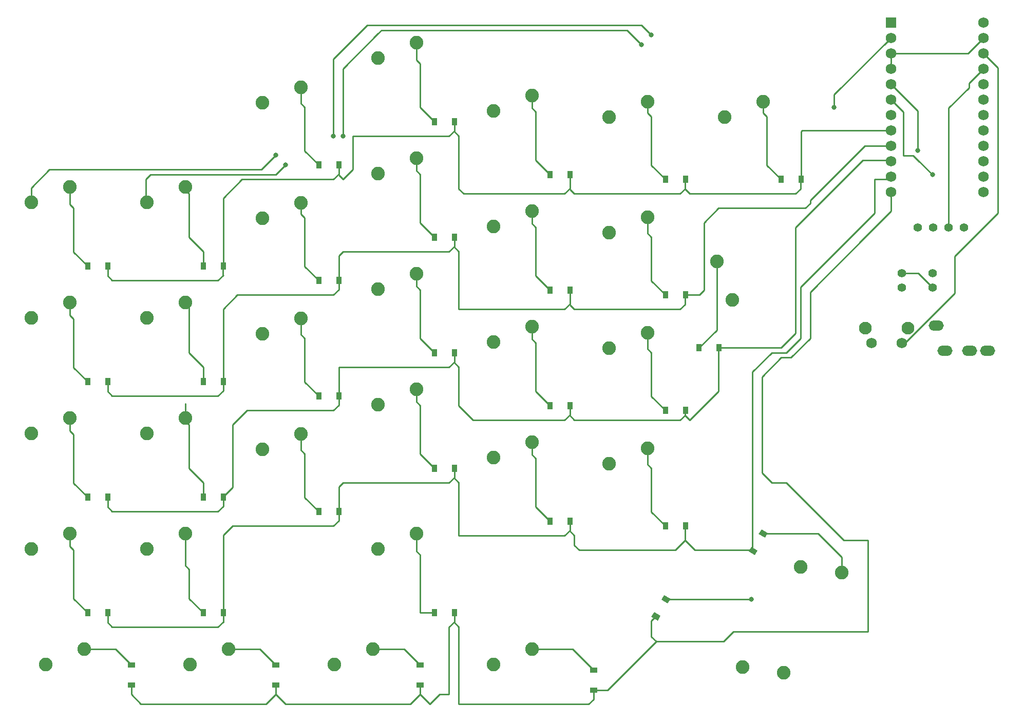
<source format=gbl>
G04 #@! TF.GenerationSoftware,KiCad,Pcbnew,5.1.10*
G04 #@! TF.CreationDate,2021-07-25T23:09:34-04:00*
G04 #@! TF.ProjectId,v04_left,7630345f-6c65-4667-942e-6b696361645f,rev?*
G04 #@! TF.SameCoordinates,Original*
G04 #@! TF.FileFunction,Copper,L2,Bot*
G04 #@! TF.FilePolarity,Positive*
%FSLAX46Y46*%
G04 Gerber Fmt 4.6, Leading zero omitted, Abs format (unit mm)*
G04 Created by KiCad (PCBNEW 5.1.10) date 2021-07-25 23:09:34*
%MOMM*%
%LPD*%
G01*
G04 APERTURE LIST*
G04 #@! TA.AperFunction,ComponentPad*
%ADD10C,2.250000*%
G04 #@! TD*
G04 #@! TA.AperFunction,ComponentPad*
%ADD11R,1.752600X1.752600*%
G04 #@! TD*
G04 #@! TA.AperFunction,ComponentPad*
%ADD12C,1.752600*%
G04 #@! TD*
G04 #@! TA.AperFunction,ComponentPad*
%ADD13O,2.500000X1.700000*%
G04 #@! TD*
G04 #@! TA.AperFunction,ComponentPad*
%ADD14C,2.100000*%
G04 #@! TD*
G04 #@! TA.AperFunction,ComponentPad*
%ADD15C,1.750000*%
G04 #@! TD*
G04 #@! TA.AperFunction,SMDPad,CuDef*
%ADD16C,0.100000*%
G04 #@! TD*
G04 #@! TA.AperFunction,SMDPad,CuDef*
%ADD17R,1.200000X0.900000*%
G04 #@! TD*
G04 #@! TA.AperFunction,SMDPad,CuDef*
%ADD18R,0.900000X1.200000*%
G04 #@! TD*
G04 #@! TA.AperFunction,ComponentPad*
%ADD19C,1.397000*%
G04 #@! TD*
G04 #@! TA.AperFunction,ViaPad*
%ADD20C,0.800000*%
G04 #@! TD*
G04 #@! TA.AperFunction,Conductor*
%ADD21C,0.250000*%
G04 #@! TD*
G04 APERTURE END LIST*
D10*
X-31328295Y-115488591D03*
X-38097557Y-114513295D03*
D11*
X-13671250Y-8275000D03*
D12*
X-13671250Y-10815000D03*
X-13671250Y-13355000D03*
X-13671250Y-15895000D03*
X-13671250Y-18435000D03*
X-13671250Y-20975000D03*
X-13671250Y-23515000D03*
X-13671250Y-26055000D03*
X-13671250Y-28595000D03*
X-13671250Y-31135000D03*
X-13671250Y-33675000D03*
X1568750Y-36215000D03*
X1568750Y-33675000D03*
X1568750Y-31135000D03*
X1568750Y-28595000D03*
X1568750Y-26055000D03*
X1568750Y-23515000D03*
X1568750Y-20975000D03*
X1568750Y-18435000D03*
X1568750Y-15895000D03*
X1568750Y-13355000D03*
X1568750Y-10815000D03*
X-13671250Y-36215000D03*
X1568750Y-8275000D03*
D13*
X-6243750Y-58225000D03*
X-4743750Y-62425000D03*
X-743750Y-62425000D03*
X2256250Y-62425000D03*
D14*
X-10906250Y-58628750D03*
D15*
X-11906250Y-61118750D03*
X-16906250Y-61118750D03*
D14*
X-17916250Y-58628750D03*
G04 #@! TA.AperFunction,SMDPad,CuDef*
D16*
G36*
X-50474135Y-104035769D02*
G01*
X-51513365Y-103435769D01*
X-51063365Y-102656347D01*
X-50024135Y-103256347D01*
X-50474135Y-104035769D01*
G37*
G04 #@! TD.AperFunction*
G04 #@! TA.AperFunction,SMDPad,CuDef*
G36*
X-52124135Y-106893653D02*
G01*
X-53163365Y-106293653D01*
X-52713365Y-105514231D01*
X-51674135Y-106114231D01*
X-52124135Y-106893653D01*
G37*
G04 #@! TD.AperFunction*
D17*
X-62706250Y-115031250D03*
X-62706250Y-118331250D03*
D18*
X-88962500Y-105568750D03*
X-85662500Y-105568750D03*
D17*
X-91281250Y-114237500D03*
X-91281250Y-117537500D03*
X-115093750Y-114237500D03*
X-115093750Y-117537500D03*
X-138906250Y-114237500D03*
X-138906250Y-117537500D03*
G04 #@! TA.AperFunction,SMDPad,CuDef*
D16*
G36*
X-34440385Y-93240769D02*
G01*
X-35479615Y-92640769D01*
X-35029615Y-91861347D01*
X-33990385Y-92461347D01*
X-34440385Y-93240769D01*
G37*
G04 #@! TD.AperFunction*
G04 #@! TA.AperFunction,SMDPad,CuDef*
G36*
X-36090385Y-96098653D02*
G01*
X-37129615Y-95498653D01*
X-36679615Y-94719231D01*
X-35640385Y-95319231D01*
X-36090385Y-96098653D01*
G37*
G04 #@! TD.AperFunction*
D18*
X-50862500Y-91281250D03*
X-47562500Y-91281250D03*
X-69912500Y-90487500D03*
X-66612500Y-90487500D03*
X-88962500Y-81756250D03*
X-85662500Y-81756250D03*
X-108012500Y-88900000D03*
X-104712500Y-88900000D03*
X-127062500Y-105568750D03*
X-123762500Y-105568750D03*
X-146112500Y-105568750D03*
X-142812500Y-105568750D03*
X-45306250Y-61912500D03*
X-42006250Y-61912500D03*
X-50862500Y-72231250D03*
X-47562500Y-72231250D03*
X-69912500Y-71437500D03*
X-66612500Y-71437500D03*
X-88962500Y-62706250D03*
X-85662500Y-62706250D03*
X-108012500Y-69850000D03*
X-104712500Y-69850000D03*
X-127062500Y-86518750D03*
X-123762500Y-86518750D03*
X-146112500Y-86518750D03*
X-142812500Y-86518750D03*
X-50862500Y-53181250D03*
X-47562500Y-53181250D03*
X-69912500Y-52387500D03*
X-66612500Y-52387500D03*
X-88962500Y-43656250D03*
X-85662500Y-43656250D03*
X-108012500Y-50800000D03*
X-104712500Y-50800000D03*
X-127062500Y-67468750D03*
X-123762500Y-67468750D03*
X-146112500Y-67468750D03*
X-142812500Y-67468750D03*
X-31812500Y-34131250D03*
X-28512500Y-34131250D03*
X-50862500Y-34131250D03*
X-47562500Y-34131250D03*
X-69912500Y-33337500D03*
X-66612500Y-33337500D03*
X-88962500Y-24606250D03*
X-85662500Y-24606250D03*
X-108012500Y-31750000D03*
X-104712500Y-31750000D03*
X-127062500Y-48418750D03*
X-123762500Y-48418750D03*
X-146112500Y-48418750D03*
X-142812500Y-48418750D03*
D10*
X-122872500Y-111601250D03*
X-129222500Y-114141250D03*
X-110966250Y-18923000D03*
X-117316250Y-21463000D03*
X-42386250Y-47688500D03*
X-39846250Y-54038500D03*
X-53816250Y-40386000D03*
X-60166250Y-42926000D03*
X-110966250Y-37973000D03*
X-117316250Y-40513000D03*
X-53816250Y-21336000D03*
X-60166250Y-23876000D03*
D19*
X-6811250Y-52011250D03*
X-11891250Y-52011250D03*
X-11891250Y-49630000D03*
X-6811250Y-49630000D03*
X-1606250Y-42088750D03*
X-4146250Y-42088750D03*
X-6686250Y-42088750D03*
X-9226250Y-42088750D03*
D10*
X-72866250Y-111601250D03*
X-79216250Y-114141250D03*
X-91852750Y-92551250D03*
X-98202750Y-95091250D03*
X-99060000Y-111601250D03*
X-105410000Y-114141250D03*
X-146685000Y-111601250D03*
X-153035000Y-114141250D03*
X-21803295Y-98978591D03*
X-28572557Y-98003295D03*
X-53816250Y-78486000D03*
X-60166250Y-81026000D03*
X-72866250Y-77470000D03*
X-79216250Y-80010000D03*
X-91916250Y-68707000D03*
X-98266250Y-71247000D03*
X-110966250Y-76073000D03*
X-117316250Y-78613000D03*
X-130016250Y-92551250D03*
X-136366250Y-95091250D03*
X-149066250Y-92551250D03*
X-155416250Y-95091250D03*
X-53816250Y-59436000D03*
X-60166250Y-61976000D03*
X-72866250Y-58420000D03*
X-79216250Y-60960000D03*
X-91916250Y-49657000D03*
X-98266250Y-52197000D03*
X-110966250Y-57023000D03*
X-117316250Y-59563000D03*
X-130016250Y-73501250D03*
X-136366250Y-76041250D03*
X-149066250Y-73501250D03*
X-155416250Y-76041250D03*
X-72866250Y-39370000D03*
X-79216250Y-41910000D03*
X-91916250Y-30607000D03*
X-98266250Y-33147000D03*
X-130016250Y-54451250D03*
X-136366250Y-56991250D03*
X-149066250Y-54451250D03*
X-155416250Y-56991250D03*
X-34766250Y-21336000D03*
X-41116250Y-23876000D03*
X-72866250Y-20320000D03*
X-79216250Y-22860000D03*
X-91916250Y-11557000D03*
X-98266250Y-14097000D03*
X-130016250Y-35401250D03*
X-136366250Y-37941250D03*
X-149066250Y-35401250D03*
X-155416250Y-37941250D03*
D20*
X-36671058Y-103346058D03*
X-115093750Y-30162500D03*
X-105568750Y-26987500D03*
X-53181250Y-10318750D03*
X-113506250Y-31750000D03*
X-103981250Y-26987500D03*
X-54768750Y-11906250D03*
X-9226250Y-29388750D03*
X-6845000Y-33357500D03*
X-23018750Y-22225000D03*
D21*
X-149066250Y-35401250D02*
X-149066250Y-38258750D01*
X-149066250Y-38258750D02*
X-148431250Y-38893750D01*
X-148431250Y-46100000D02*
X-146112500Y-48418750D01*
X-148431250Y-38893750D02*
X-148431250Y-46100000D01*
X-65881250Y-36512500D02*
X-49212500Y-36512500D01*
X-49212500Y-36512500D02*
X-48418750Y-36512500D01*
X-48418750Y-36512500D02*
X-47625000Y-35718750D01*
X-47625000Y-35718750D02*
X-47625000Y-34131250D01*
X-47625000Y-35718750D02*
X-46831250Y-36512500D01*
X-46831250Y-36512500D02*
X-29368750Y-36512500D01*
X-29368750Y-36512500D02*
X-28575000Y-35718750D01*
X-28575000Y-35718750D02*
X-28575000Y-34131250D01*
X-124618750Y-50800000D02*
X-123762500Y-49943750D01*
X-142081250Y-50800000D02*
X-124618750Y-50800000D01*
X-123825000Y-50006250D02*
X-123825000Y-48481250D01*
X-142812500Y-50068750D02*
X-142081250Y-50800000D01*
X-142812500Y-48418750D02*
X-142812500Y-50068750D01*
X-105568750Y-34131250D02*
X-104712500Y-33275000D01*
X-104712500Y-33275000D02*
X-104712500Y-31750000D01*
X-85662500Y-26131250D02*
X-85662500Y-24606250D01*
X-102393750Y-26987500D02*
X-86518750Y-26987500D01*
X-102393750Y-32543750D02*
X-102393750Y-26987500D01*
X-103981250Y-34131250D02*
X-102393750Y-32543750D01*
X-104712500Y-33400000D02*
X-103981250Y-34131250D01*
X-86518750Y-26987500D02*
X-85662500Y-26131250D01*
X-104712500Y-31750000D02*
X-104712500Y-33400000D01*
X-66612500Y-35656250D02*
X-66612500Y-33337500D01*
X-67468750Y-36512500D02*
X-66612500Y-35656250D01*
X-85662500Y-26256250D02*
X-84931250Y-26987500D01*
X-85662500Y-24606250D02*
X-85662500Y-26256250D01*
X-66612500Y-33337500D02*
X-66612500Y-35781250D01*
X-66612500Y-35781250D02*
X-65881250Y-36512500D01*
X-28512500Y-34131250D02*
X-28512500Y-26256250D01*
X-19261250Y-26055000D02*
X-13671250Y-26055000D01*
X-28512500Y-26256250D02*
X-28291250Y-26035000D01*
X-123762500Y-48418750D02*
X-123762500Y-37243750D01*
X-123762500Y-37243750D02*
X-120650000Y-34131250D01*
X-120650000Y-34131250D02*
X-105568750Y-34131250D01*
X-84931250Y-26987500D02*
X-84931250Y-35718750D01*
X-84931250Y-35718750D02*
X-84137500Y-36512500D01*
X-84137500Y-36512500D02*
X-67468750Y-36512500D01*
X-19281250Y-26035000D02*
X-19261250Y-26055000D01*
X-28291250Y-26035000D02*
X-19281250Y-26035000D01*
X-130016250Y-35877500D02*
X-129381250Y-36512500D01*
X-129381250Y-43718750D02*
X-127062500Y-46037500D01*
X-129381250Y-36512500D02*
X-129381250Y-43718750D01*
X-127062500Y-46037500D02*
X-127062500Y-48418750D01*
X-110966250Y-18923000D02*
X-110966250Y-21590000D01*
X-110966250Y-21590000D02*
X-110331250Y-22225000D01*
X-110331250Y-29431250D02*
X-108012500Y-31750000D01*
X-110331250Y-22225000D02*
X-110331250Y-29431250D01*
X-91916250Y-11557000D02*
X-91916250Y-14446250D01*
X-91916250Y-14446250D02*
X-91281250Y-15081250D01*
X-91281250Y-22287500D02*
X-88962500Y-24606250D01*
X-91281250Y-15081250D02*
X-91281250Y-22287500D01*
X-72866250Y-20320000D02*
X-72866250Y-22383750D01*
X-72866250Y-22383750D02*
X-72231250Y-23018750D01*
X-72231250Y-31018750D02*
X-69912500Y-33337500D01*
X-72231250Y-23018750D02*
X-72231250Y-31018750D01*
X-53181250Y-31812500D02*
X-50862500Y-34131250D01*
X-53181250Y-23812500D02*
X-53181250Y-31812500D01*
X-53816250Y-23177500D02*
X-53181250Y-23812500D01*
X-53816250Y-21336000D02*
X-53816250Y-23177500D01*
X-34766250Y-21336000D02*
X-34766250Y-23177500D01*
X-34766250Y-23177500D02*
X-34131250Y-23812500D01*
X-34131250Y-31812500D02*
X-31812500Y-34131250D01*
X-34131250Y-23812500D02*
X-34131250Y-31812500D01*
X-149066250Y-54451250D02*
X-149066250Y-56515000D01*
X-149066250Y-56515000D02*
X-148431250Y-57150000D01*
X-148431250Y-65150000D02*
X-146112500Y-67468750D01*
X-148431250Y-57150000D02*
X-148431250Y-65150000D01*
X-105568750Y-53181250D02*
X-104712500Y-52325000D01*
X-104712500Y-52325000D02*
X-104712500Y-50800000D01*
X-121443750Y-53181250D02*
X-105568750Y-53181250D01*
X-123762500Y-55500000D02*
X-121443750Y-53181250D01*
X-86518750Y-46037500D02*
X-85662500Y-45181250D01*
X-103981250Y-46037500D02*
X-86518750Y-46037500D01*
X-104712500Y-46768750D02*
X-103981250Y-46037500D01*
X-85662500Y-45181250D02*
X-85662500Y-43656250D01*
X-104712500Y-50800000D02*
X-104712500Y-46768750D01*
X-67468750Y-55562500D02*
X-66612500Y-54706250D01*
X-84931250Y-55562500D02*
X-67468750Y-55562500D01*
X-84931250Y-46037500D02*
X-84931250Y-55562500D01*
X-85662500Y-45306250D02*
X-84931250Y-46037500D01*
X-66612500Y-54706250D02*
X-66612500Y-52387500D01*
X-85662500Y-43656250D02*
X-85662500Y-45306250D01*
X-124618750Y-69850000D02*
X-123762500Y-68993750D01*
X-142081250Y-69850000D02*
X-124618750Y-69850000D01*
X-123762500Y-68993750D02*
X-123762500Y-67468750D01*
X-142812500Y-69118750D02*
X-142081250Y-69850000D01*
X-142812500Y-67468750D02*
X-142812500Y-69118750D01*
X-123762500Y-67468750D02*
X-123762500Y-55500000D01*
X-66612500Y-52387500D02*
X-66612500Y-54831250D01*
X-42068750Y-38893750D02*
X-27781250Y-38893750D01*
X-47625000Y-54768750D02*
X-47625000Y-53181250D01*
X-66612500Y-54831250D02*
X-65881250Y-55562500D01*
X-45243750Y-53181250D02*
X-44450000Y-52387500D01*
X-47625000Y-53181250D02*
X-45243750Y-53181250D01*
X-48418750Y-55562500D02*
X-47625000Y-54768750D01*
X-44450000Y-52387500D02*
X-44450000Y-41275000D01*
X-65881250Y-55562500D02*
X-48418750Y-55562500D01*
X-44450000Y-41275000D02*
X-42068750Y-38893750D01*
X-27781250Y-38893750D02*
X-26987500Y-38100000D01*
X-17957500Y-28595000D02*
X-13671250Y-28595000D01*
X-26987500Y-38100000D02*
X-26987500Y-37625000D01*
X-26987500Y-37625000D02*
X-17957500Y-28595000D01*
X-130016250Y-54133750D02*
X-129381250Y-54768750D01*
X-129381250Y-62768750D02*
X-127062500Y-65087500D01*
X-129381250Y-54768750D02*
X-129381250Y-62768750D01*
X-127062500Y-65087500D02*
X-127062500Y-67468750D01*
X-110966250Y-37973000D02*
X-110966250Y-39846250D01*
X-110966250Y-39846250D02*
X-110331250Y-40481250D01*
X-110331250Y-48481250D02*
X-108012500Y-50800000D01*
X-110331250Y-40481250D02*
X-110331250Y-48481250D01*
X-91916250Y-30607000D02*
X-91916250Y-32702500D01*
X-91916250Y-32702500D02*
X-91281250Y-33337500D01*
X-91281250Y-41337500D02*
X-88962500Y-43656250D01*
X-91281250Y-33337500D02*
X-91281250Y-41337500D01*
X-72866250Y-39370000D02*
X-72866250Y-41433750D01*
X-72866250Y-41433750D02*
X-72231250Y-42068750D01*
X-72231250Y-50068750D02*
X-69912500Y-52387500D01*
X-72231250Y-42068750D02*
X-72231250Y-50068750D01*
X-53816250Y-40386000D02*
X-53816250Y-43021250D01*
X-53816250Y-43021250D02*
X-53181250Y-43656250D01*
X-53181250Y-50862500D02*
X-50862500Y-53181250D01*
X-53181250Y-43656250D02*
X-53181250Y-50862500D01*
X-149066250Y-73501250D02*
X-149066250Y-75565000D01*
X-149066250Y-75565000D02*
X-148431250Y-76200000D01*
X-148431250Y-84200000D02*
X-146112500Y-86518750D01*
X-148431250Y-76200000D02*
X-148431250Y-84200000D01*
X-65881250Y-73818750D02*
X-48418750Y-73818750D01*
X-48418750Y-73818750D02*
X-47625000Y-73025000D01*
X-47625000Y-73025000D02*
X-47625000Y-72231250D01*
X-124618750Y-88900000D02*
X-123762500Y-88043750D01*
X-123762500Y-88043750D02*
X-123762500Y-86518750D01*
X-142081250Y-88900000D02*
X-124618750Y-88900000D01*
X-142812500Y-88168750D02*
X-142081250Y-88900000D01*
X-142812500Y-86518750D02*
X-142812500Y-88168750D01*
X-104712500Y-71375000D02*
X-104712500Y-69850000D01*
X-105568750Y-72231250D02*
X-104712500Y-71375000D01*
X-123762500Y-86456250D02*
X-122237500Y-84931250D01*
X-104712500Y-69850000D02*
X-104712500Y-65150000D01*
X-104712500Y-65150000D02*
X-104650000Y-65087500D01*
X-104650000Y-65087500D02*
X-86518750Y-65087500D01*
X-85662500Y-64231250D02*
X-85662500Y-62706250D01*
X-86518750Y-65087500D02*
X-85662500Y-64231250D01*
X-66612500Y-72962500D02*
X-66612500Y-71437500D01*
X-67468750Y-73818750D02*
X-66612500Y-72962500D01*
X-85662500Y-64356250D02*
X-84931250Y-65087500D01*
X-85662500Y-62706250D02*
X-85662500Y-64356250D01*
X-66612500Y-73087500D02*
X-65881250Y-73818750D01*
X-66612500Y-71437500D02*
X-66612500Y-73087500D01*
X-122237500Y-84931250D02*
X-122237500Y-74612500D01*
X-122237500Y-74612500D02*
X-119856250Y-72231250D01*
X-119856250Y-72231250D02*
X-112661998Y-72231250D01*
X-112661998Y-72231250D02*
X-105568750Y-72231250D01*
X-84931250Y-65087500D02*
X-84931250Y-71437500D01*
X-84931250Y-71437500D02*
X-82550000Y-73818750D01*
X-82550000Y-73818750D02*
X-67468750Y-73818750D01*
X-13830000Y-30976250D02*
X-13671250Y-31135000D01*
X-18276250Y-30976250D02*
X-13830000Y-30976250D01*
X-29368750Y-42068750D02*
X-18276250Y-30976250D01*
X-29368750Y-59531250D02*
X-29368750Y-42068750D01*
X-42068750Y-61912500D02*
X-31750000Y-61912500D01*
X-42068750Y-69056250D02*
X-42068750Y-61912500D01*
X-31750000Y-61912500D02*
X-29368750Y-59531250D01*
X-46831250Y-73818750D02*
X-42068750Y-69056250D01*
X-47625000Y-73025000D02*
X-46831250Y-73818750D01*
X-130016250Y-71120000D02*
X-130016250Y-73977500D01*
X-130016250Y-73977500D02*
X-129381250Y-74612500D01*
X-129381250Y-81818750D02*
X-127062500Y-84137500D01*
X-129381250Y-74612500D02*
X-129381250Y-81818750D01*
X-127062500Y-84137500D02*
X-127062500Y-86518750D01*
X-110966250Y-57023000D02*
X-110966250Y-59690000D01*
X-110966250Y-59690000D02*
X-110331250Y-60325000D01*
X-110331250Y-67531250D02*
X-108012500Y-69850000D01*
X-110331250Y-60325000D02*
X-110331250Y-67531250D01*
X-91916250Y-49657000D02*
X-91916250Y-51752500D01*
X-91916250Y-51752500D02*
X-91281250Y-52387500D01*
X-91281250Y-60387500D02*
X-88962500Y-62706250D01*
X-91281250Y-52387500D02*
X-91281250Y-60387500D01*
X-72866250Y-58420000D02*
X-72866250Y-60483750D01*
X-72866250Y-60483750D02*
X-72231250Y-61118750D01*
X-72231250Y-69118750D02*
X-69912500Y-71437500D01*
X-72231250Y-61118750D02*
X-72231250Y-69118750D01*
X-53816250Y-59436000D02*
X-53816250Y-62071250D01*
X-53816250Y-62071250D02*
X-53181250Y-62706250D01*
X-53181250Y-69912500D02*
X-50862500Y-72231250D01*
X-53181250Y-62706250D02*
X-53181250Y-69912500D01*
X-42386250Y-58992500D02*
X-45306250Y-61912500D01*
X-42386250Y-47688500D02*
X-42386250Y-58992500D01*
X-149066250Y-92551250D02*
X-149066250Y-94615000D01*
X-149066250Y-94615000D02*
X-148431250Y-95250000D01*
X-148431250Y-103250000D02*
X-146112500Y-105568750D01*
X-148431250Y-95250000D02*
X-148431250Y-103250000D01*
X-65881250Y-92868750D02*
X-65881250Y-94456250D01*
X-65881250Y-94456250D02*
X-65087500Y-95250000D01*
X-65087500Y-95250000D02*
X-49212500Y-95250000D01*
X-49212500Y-95250000D02*
X-47625000Y-93662500D01*
X-47625000Y-93662500D02*
X-47625000Y-91281250D01*
X-124618750Y-107950000D02*
X-123762500Y-107093750D01*
X-123762500Y-107156250D02*
X-123762500Y-105631250D01*
X-142081250Y-107950000D02*
X-124618750Y-107950000D01*
X-142812500Y-107218750D02*
X-142081250Y-107950000D01*
X-142812500Y-105568750D02*
X-142812500Y-107218750D01*
X-105568750Y-91281250D02*
X-104712500Y-90425000D01*
X-122237500Y-91281250D02*
X-105568750Y-91281250D01*
X-104712500Y-90425000D02*
X-104712500Y-88900000D01*
X-123762500Y-92806250D02*
X-122237500Y-91281250D01*
X-86518750Y-84137500D02*
X-85662500Y-83281250D01*
X-103981250Y-84137500D02*
X-86518750Y-84137500D01*
X-85662500Y-83281250D02*
X-85662500Y-81756250D01*
X-104712500Y-84868750D02*
X-103981250Y-84137500D01*
X-104712500Y-88900000D02*
X-104712500Y-84868750D01*
X-84931250Y-92868750D02*
X-67468750Y-92868750D01*
X-84931250Y-84137500D02*
X-84931250Y-92868750D01*
X-66612500Y-92012500D02*
X-66612500Y-90487500D01*
X-85662500Y-83406250D02*
X-84931250Y-84137500D01*
X-67468750Y-92868750D02*
X-66612500Y-92012500D01*
X-85662500Y-81756250D02*
X-85662500Y-83406250D01*
X-66612500Y-92137500D02*
X-65881250Y-92868750D01*
X-66612500Y-90487500D02*
X-66612500Y-92137500D01*
X-123762500Y-105568750D02*
X-123762500Y-92806250D01*
X-14147500Y-34151250D02*
X-13671250Y-33675000D01*
X-16370000Y-34151250D02*
X-14147500Y-34151250D01*
X-28575000Y-51912500D02*
X-16370000Y-39707500D01*
X-28575000Y-60325000D02*
X-28575000Y-51912500D01*
X-30956250Y-62706250D02*
X-28575000Y-60325000D01*
X-33337500Y-62706250D02*
X-30956250Y-62706250D01*
X-46037500Y-95250000D02*
X-36512500Y-95250000D01*
X-16370000Y-39707500D02*
X-16370000Y-34151250D01*
X-36512500Y-65881250D02*
X-33337500Y-62706250D01*
X-36512500Y-95250000D02*
X-36512500Y-65881250D01*
X-47625000Y-93662500D02*
X-46037500Y-95250000D01*
X-129381250Y-103250000D02*
X-127062500Y-105568750D01*
X-129381250Y-103250000D02*
X-129381250Y-98425000D01*
X-129381250Y-98425000D02*
X-130016250Y-97790000D01*
X-130016250Y-97790000D02*
X-130016250Y-92551250D01*
X-110966250Y-76073000D02*
X-110966250Y-78740000D01*
X-110966250Y-78740000D02*
X-110331250Y-79375000D01*
X-110331250Y-86581250D02*
X-108012500Y-88900000D01*
X-110331250Y-79375000D02*
X-110331250Y-86581250D01*
X-91916250Y-68707000D02*
X-91916250Y-70802500D01*
X-91916250Y-70802500D02*
X-91281250Y-71437500D01*
X-91281250Y-79437500D02*
X-88962500Y-81756250D01*
X-91281250Y-71437500D02*
X-91281250Y-79437500D01*
X-72866250Y-77470000D02*
X-72866250Y-79533750D01*
X-72866250Y-79533750D02*
X-72231250Y-80168750D01*
X-72231250Y-88168750D02*
X-69912500Y-90487500D01*
X-72231250Y-80168750D02*
X-72231250Y-88168750D01*
X-53816250Y-78486000D02*
X-53816250Y-81121250D01*
X-53816250Y-81121250D02*
X-53181250Y-81756250D01*
X-53181250Y-88962500D02*
X-50862500Y-91281250D01*
X-53181250Y-81756250D02*
X-53181250Y-88962500D01*
X-25717692Y-92551058D02*
X-34735000Y-92551058D01*
X-21803295Y-96465455D02*
X-25717692Y-92551058D01*
X-21803295Y-98978591D02*
X-21803295Y-96465455D01*
X-141542500Y-111601250D02*
X-138906250Y-114237500D01*
X-146685000Y-111601250D02*
X-141542500Y-111601250D01*
X-115093750Y-119062500D02*
X-115093750Y-117537500D01*
X-116681250Y-120650000D02*
X-115093750Y-119062500D01*
X-137318750Y-120650000D02*
X-116681250Y-120650000D01*
X-138906250Y-119062500D02*
X-137318750Y-120650000D01*
X-138906250Y-117537500D02*
X-138906250Y-119062500D01*
X-115093750Y-119062500D02*
X-113506250Y-120650000D01*
X-113506250Y-120650000D02*
X-92868750Y-120650000D01*
X-92868750Y-120650000D02*
X-91281250Y-119062500D01*
X-91281250Y-119062500D02*
X-91281250Y-117537500D01*
X-85662500Y-107093750D02*
X-85662500Y-105568750D01*
X-86518750Y-119062500D02*
X-86518750Y-107950000D01*
X-88106250Y-119062500D02*
X-86518750Y-119062500D01*
X-86518750Y-107950000D02*
X-85662500Y-107093750D01*
X-89693750Y-120650000D02*
X-88106250Y-119062500D01*
X-91281250Y-119062500D02*
X-89693750Y-120650000D01*
X-85662500Y-105568750D02*
X-85662500Y-107218750D01*
X-85662500Y-107218750D02*
X-84931250Y-107950000D01*
X-84931250Y-107950000D02*
X-84931250Y-120650000D01*
X-84931250Y-120650000D02*
X-63500000Y-120650000D01*
X-62706250Y-119856250D02*
X-62706250Y-118331250D01*
X-63500000Y-120650000D02*
X-62706250Y-119856250D01*
X-13671250Y-39390000D02*
X-13671250Y-36215000D01*
X-17957500Y-43676250D02*
X-17700000Y-43418750D01*
X-17700000Y-43418750D02*
X-13671250Y-39390000D01*
X-53181250Y-109537500D02*
X-53181250Y-106966442D01*
X-53181250Y-106966442D02*
X-52418750Y-106203942D01*
X-41275000Y-110331250D02*
X-52387500Y-110331250D01*
X-17700000Y-43418750D02*
X-26987500Y-52706250D01*
X-26987500Y-60325000D02*
X-30162500Y-63500000D01*
X-30162500Y-63500000D02*
X-31750000Y-63500000D01*
X-34925000Y-82550000D02*
X-33337500Y-84137500D01*
X-33337500Y-84137500D02*
X-30956250Y-84137500D01*
X-39687500Y-108743750D02*
X-41275000Y-110331250D01*
X-52387500Y-110331250D02*
X-53181250Y-109537500D01*
X-34925000Y-66675000D02*
X-34925000Y-82550000D01*
X-30956250Y-84137500D02*
X-21431250Y-93662500D01*
X-26987500Y-52706250D02*
X-26987500Y-60325000D01*
X-21431250Y-93662500D02*
X-17462500Y-93662500D01*
X-31750000Y-63500000D02*
X-34925000Y-66675000D01*
X-17462500Y-93662500D02*
X-17462500Y-108743750D01*
X-17462500Y-108743750D02*
X-39687500Y-108743750D01*
X-60387500Y-118331250D02*
X-62706250Y-118331250D01*
X-52387500Y-110331250D02*
X-60387500Y-118331250D01*
X-117730000Y-111601250D02*
X-115093750Y-114237500D01*
X-122872500Y-111601250D02*
X-117730000Y-111601250D01*
X-93917500Y-111601250D02*
X-91281250Y-114237500D01*
X-99060000Y-111601250D02*
X-93917500Y-111601250D01*
X-91281250Y-105568750D02*
X-88962500Y-105568750D01*
X-91281250Y-96043750D02*
X-91281250Y-105568750D01*
X-91852750Y-95472250D02*
X-91281250Y-96043750D01*
X-91852750Y-92868750D02*
X-91852750Y-95472250D01*
X-66136250Y-111601250D02*
X-62706250Y-115031250D01*
X-72866250Y-111601250D02*
X-66136250Y-111601250D01*
X-50768750Y-103346058D02*
X-36671058Y-103346058D01*
X-36671058Y-103346058D02*
X-36671058Y-103346058D01*
X-115093750Y-30162500D02*
X-115093750Y-30162500D01*
X-105568750Y-26987500D02*
X-105568750Y-14287500D01*
X-105568750Y-14287500D02*
X-100012500Y-8731250D01*
X-100012500Y-8731250D02*
X-82550000Y-8731250D01*
X-82550000Y-8731250D02*
X-54768750Y-8731250D01*
X-54768750Y-8731250D02*
X-53181250Y-10318750D01*
X-53181250Y-10318750D02*
X-53181250Y-10318750D01*
X-155416250Y-35560000D02*
X-155416250Y-37941250D01*
X-152400000Y-32543750D02*
X-155416250Y-35560000D01*
X-117475000Y-32543750D02*
X-152400000Y-32543750D01*
X-115093750Y-30162500D02*
X-117475000Y-32543750D01*
X-113506250Y-31750000D02*
X-113506250Y-31750000D01*
X-103981250Y-26987500D02*
X-103981250Y-15875000D01*
X-103981250Y-15875000D02*
X-98213249Y-10106999D01*
X-98213249Y-10106999D02*
X-97631250Y-9525000D01*
X-97631250Y-9525000D02*
X-57150000Y-9525000D01*
X-57150000Y-9525000D02*
X-54768750Y-11906250D01*
X-54768750Y-11906250D02*
X-54768750Y-11906250D01*
X-115093750Y-33337500D02*
X-113506250Y-31750000D01*
X-135731250Y-33337500D02*
X-115093750Y-33337500D01*
X-136525000Y-34131250D02*
X-135731250Y-33337500D01*
X-136525000Y-37782500D02*
X-136525000Y-34131250D01*
X-9192500Y-49630000D02*
X-6811250Y-52011250D01*
X-11891250Y-49630000D02*
X-9192500Y-49630000D01*
X-4146250Y-22372074D02*
X-793750Y-19019574D01*
X-4146250Y-42088750D02*
X-4146250Y-22372074D01*
X-793750Y-18257500D02*
X1568750Y-15895000D01*
X-793750Y-19019574D02*
X-793750Y-18257500D01*
X-9226250Y-22880000D02*
X-13671250Y-18435000D01*
X-9226250Y-29388750D02*
X-9226250Y-28595000D01*
X-9226250Y-28595000D02*
X-9226250Y-22880000D01*
X-10020000Y-30182500D02*
X-11607500Y-30182500D01*
X-11607500Y-23038750D02*
X-13671250Y-20975000D01*
X-11607500Y-30182500D02*
X-11607500Y-23038750D01*
X-9226250Y-30976250D02*
X-10020000Y-30182500D01*
X-6845000Y-33357500D02*
X-9226250Y-30976250D01*
X-13671250Y-13355000D02*
X-13671250Y-15895000D01*
X-971250Y-13355000D02*
X1568750Y-10815000D01*
X-13671250Y-13355000D02*
X-971250Y-13355000D01*
X3968750Y-15755000D02*
X1568750Y-13355000D01*
X-3175000Y-46831250D02*
X3968750Y-39687500D01*
X3968750Y-39687500D02*
X3968750Y-15755000D01*
X-3175000Y-52932502D02*
X-3175000Y-46831250D01*
X-11361248Y-61118750D02*
X-3175000Y-52932502D01*
X-11906250Y-61118750D02*
X-11361248Y-61118750D01*
X-23018750Y-20162500D02*
X-13671250Y-10815000D01*
X-23018750Y-22225000D02*
X-23018750Y-20162500D01*
M02*

</source>
